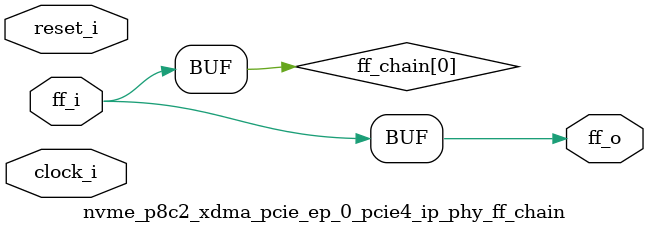
<source format=v>
/*****************************************************************************
** Description:
**    Flop Chain
**
******************************************************************************/

`timescale 1ps/1ps

`define AS_PHYREG(clk, reset, q, d, rstval)  \
   always @(posedge clk or posedge reset) begin \
      if (reset) \
         q  <= #(TCQ)   rstval;  \
      else  \
         q  <= #(TCQ)   d; \
   end

`define PHYREG(clk, reset, q, d, rstval)  \
   always @(posedge clk) begin \
      if (reset) \
         q  <= #(TCQ)   rstval;  \
      else  \
         q  <= #(TCQ)   d; \
   end

(* DowngradeIPIdentifiedWarnings = "yes" *)
module nvme_p8c2_xdma_pcie_ep_0_pcie4_ip_phy_ff_chain #(
   // Parameters
   parameter integer PIPELINE_STAGES   = 0,        // 0 = no pipeline; 1 = 1 stage; 2 = 2 stages; 3 = 3 stages
   parameter         ASYNC             = "FALSE",
   parameter integer FF_WIDTH          = 1,
   parameter integer RST_VAL           = 0,
   parameter integer TCQ               = 1
)  (   
   input  wire                         clock_i,          
   input  wire                         reset_i,           
   input  wire [FF_WIDTH-1:0]          ff_i,            
   output wire [FF_WIDTH-1:0]          ff_o        
   );

   genvar   var_i;

   reg   [FF_WIDTH-1:0]          ff_chain [PIPELINE_STAGES:0];

   always @(*) ff_chain[0] = ff_i;

generate
   if (PIPELINE_STAGES > 0) begin:  with_ff_chain
      for (var_i = 0; var_i < PIPELINE_STAGES; var_i = var_i + 1) begin: ff_chain_gen
         if (ASYNC == "TRUE") begin: async_rst
            `AS_PHYREG(clock_i, reset_i, ff_chain[var_i+1], ff_chain[var_i], RST_VAL)
         end else begin: sync_rst
            `PHYREG(clock_i, reset_i, ff_chain[var_i+1], ff_chain[var_i], RST_VAL)
         end
      end
   end
endgenerate

   assign ff_o = ff_chain[PIPELINE_STAGES];

endmodule

</source>
